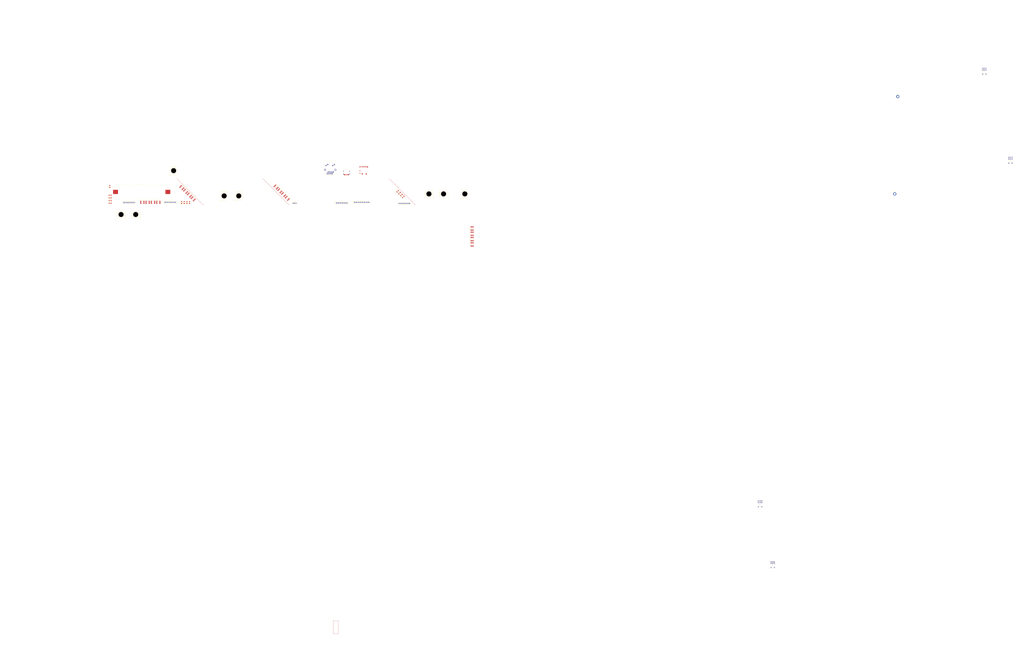
<source format=kicad_pcb>
(kicad_pcb (version 20211014) (generator pcbnew)
  (layers (0 "F.Cu" signal) (31 "B.Cu" signal) (34 "B.Paste" user) (35 "F.Paste" user) (36 "B.SilkS" user "B.Silkscreen") (37 "F.SilkS" user "F.Silkscreen") (38 "B.Mask" user) (39 "F.Mask" user) (44 "Edge.Cuts" user))
  (net 0 "")
  (footprint "LED_SMD:LED_1206_3216Metric" (layer "F.Cu") (at -602.75 65 90)
    (fp_text reference "REF**" (at 0 -1.82 90) (layer "F.SilkS"))
    (fp_text value "LED_1206_3216Metric")
    (pad "1" smd roundrect (at -1.4 0 90) (size 1.25 1.75) (layers "F.Cu" "F.Paste" "F.Mask") (roundrect_rratio 0.2))
    (pad "2" smd roundrect (at 1.4 0 90) (size 1.25 1.75) (layers "F.Cu" "F.Paste" "F.Mask") (roundrect_rratio 0.2))
  )
  (footprint "clarinoid2:Teensy_4.0_MicroMod outline fab" (layer "F.Cu") (at -229.75 73 180)
    (fp_text reference "U?" hide)
    (fp_text value "Teensy_4.0_MicroMod" hide)
  )
  (footprint "LED_SMD:LED_1206_3216Metric" (layer "F.Cu") (at -482.75 89 90)
    (fp_text reference "REF**" (at 0 -1.82 90) (layer "F.SilkS"))
    (fp_text value "LED_1206_3216Metric")
    (pad "1" smd roundrect (at -1.4 0 90) (size 1.25 1.75) (layers "F.Cu" "F.Paste" "F.Mask") (roundrect_rratio 0.2))
    (pad "2" smd roundrect (at 1.4 0 90) (size 1.25 1.75) (layers "F.Cu" "F.Paste" "F.Mask") (roundrect_rratio 0.2))
  )
  (footprint "LED_SMD:LED_RGB_5050-6" (layer "F.Cu") (at -341.436292 77 -45)
    (fp_text reference "REF**" (at 0 -3.5 135) (layer "F.SilkS"))
    (fp_text value "LED_RGB_5050-6")
    (pad "1" smd rect (at -2.4 -1.7 45) (size 1.1 2) (layers "F.Cu" "F.Paste" "F.Mask"))
    (pad "2" smd rect (at -2.4 0 45) (size 1.1 2) (layers "F.Cu" "F.Paste" "F.Mask"))
    (pad "3" smd rect (at -2.4 1.7 45) (size 1.1 2) (layers "F.Cu" "F.Paste" "F.Mask"))
    (pad "4" smd rect (at 2.4 1.7 45) (size 1.1 2) (layers "F.Cu" "F.Paste" "F.Mask"))
    (pad "5" smd rect (at 2.4 0 45) (size 1.1 2) (layers "F.Cu" "F.Paste" "F.Mask"))
    (pad "6" smd rect (at 2.4 -1.7 45) (size 1.1 2) (layers "F.Cu" "F.Paste" "F.Mask"))
  )
  (footprint "MountingHole:MountingHole_2.7mm_M2.5_DIN965_Pad" (layer "F.Cu") (at 582.25 -70.5)
    (fp_text reference "REF**" (at 0 -3.35) (layer "F.SilkS"))
    (fp_text value "MountingHole_2.7mm_M2.5_DIN965_Pad")
    (pad "1" thru_hole circle (at 0 0) (size 4.7 4.7) (drill 2.7) (layers *.Cu *.Mask))
  )
  (footprint "clarinoid2:Bourns_ENC_PEC11R-4215F-S0024 panel cutout shaft downward" (layer "F.Cu") (at -408.75 79)
    (fp_text reference "REF**" (at -5.055 7.5) (layer "F.SilkS"))
    (fp_text value "ENC")
    (fp_text user "C" (at 0 5.95 unlocked) (layer "F.SilkS"))
    (fp_text user "A" (at -2.45 5.95 unlocked) (layer "F.SilkS"))
    (fp_text user "SW1" (at -2.55 -5.8 unlocked) (layer "F.SilkS"))
    (fp_text user "B" (at 2.5 5.9 unlocked) (layer "F.SilkS"))
    (fp_text user "SW2" (at 2.5 -5.9 unlocked) (layer "F.SilkS"))
    (pad "" np_thru_hole circle (at 0 0) (size 7.5 7.5) (drill 7.5) (layers *.Mask))
  )
  (footprint "clarinoid2:Bourns_ENC_PEC11R-4215F-S0024 panel cutout shaft downward" (layer "F.Cu") (at -585.75 107 90)
    (fp_text reference "REF**" (at -5.055 7.5 90) (layer "F.SilkS"))
    (fp_text value "ENC")
    (fp_text user "A" (at -2.45 5.95 90 unlocked) (layer "F.SilkS"))
    (fp_text user "SW1" (at -2.55 -5.8 90 unlocked) (layer "F.SilkS"))
    (fp_text user "C" (at 0 5.95 90 unlocked) (layer "F.SilkS"))
    (fp_text user "B" (at 2.5 5.9 90 unlocked) (layer "F.SilkS"))
    (fp_text user "SW2" (at 2.5 -5.9 90 unlocked) (layer "F.SilkS"))
    (pad "" np_thru_hole circle (at 0 0 90) (size 7.5 7.5) (drill 7.5) (layers *.Mask))
  )
  (footprint "Battery:BatteryHolder_Keystone_1042_1x18650" (layer "F.Cu") (at -554.75 73)
    (fp_text reference "REF**" (at 0 -11.5) (layer "F.SilkS"))
    (fp_text value "BatteryHolder_Keystone_1042_1x18650")
    (pad "" np_thru_hole circle (at 27.6 -8) (size 3.45 3.45) (drill 3.45) (layers *.Cu *.Mask))
    (pad "" np_thru_hole circle (at -27.6 8) (size 3.45 3.45) (drill 3.45) (layers *.Cu *.Mask))
    (pad "" np_thru_hole circle (at -35.93 -8) (size 2.39 2.39) (drill 2.39) (layers *.Cu *.Mask))
    (pad "1" smd rect (at -39.33 0) (size 7.34 6.35) (layers "F.Cu" "F.Paste" "F.Mask"))
    (pad "2" smd rect (at 39.33 0) (size 7.34 6.35) (layers "F.Cu" "F.Paste" "F.Mask"))
  )
  (footprint "clarinoid2:bourns PTR902-2020K-A103" (layer "F.Cu") (at 712.5 -117.9 90)
    (fp_text reference "R**" (at -10.076 -0.295 90) (layer "F.SilkS") (effects (font (size 1.27 1.27) (thickness 0.254))))
    (fp_text value "PTR902-2020K-A103" hide)
    (pad "1" thru_hole circle (at -5 2.5 90) (size 1.8 1.8) (drill 1.2) (layers *.Cu *.Mask))
    (pad "2" thru_hole circle (at -5 0 90) (size 1.8 1.8) (drill 1.2) (layers *.Cu *.Mask))
    (pad "3" thru_hole circle (at -5 -2.5 90) (size 1.8 1.8) (drill 1.2) (layers *.Cu *.Mask))
    (pad "4" thru_hole circle (at -7.5 2.5 90) (size 1.8 1.8) (drill 1.2) (layers *.Cu *.Mask))
    (pad "5" thru_hole circle (at -7.5 0 90) (size 1.8 1.8) (drill 1.2) (layers *.Cu *.Mask))
    (pad "6" thru_hole circle (at -7.5 -2.5 90) (size 1.8 1.8) (drill 1.2) (layers *.Cu *.Mask))
    (pad "7" thru_hole circle (at -13.75 2.5 90) (size 1.8 1.8) (drill 1.2) (layers *.Cu *.Mask))
    (pad "8" thru_hole circle (at -13.75 -2.5 90) (size 1.8 1.8) (drill 1.2) (layers *.Cu *.Mask))
  )
  (footprint "LED_SMD:LED_RGB_5050-6" (layer "F.Cu") (at -488.75 72.142284 -45)
    (fp_text reference "REF**" (at 0 -3.5 135) (layer "F.SilkS"))
    (fp_text value "LED_RGB_5050-6")
    (pad "1" smd rect (at -2.4 -1.7 45) (size 1.1 2) (layers "F.Cu" "F.Paste" "F.Mask"))
    (pad "2" smd rect (at -2.4 0 45) (size 1.1 2) (layers "F.Cu" "F.Paste" "F.Mask"))
    (pad "3" smd rect (at -2.4 1.7 45) (size 1.1 2) (layers "F.Cu" "F.Paste" "F.Mask"))
    (pad "4" smd rect (at 2.4 1.7 45) (size 1.1 2) (layers "F.Cu" "F.Paste" "F.Mask"))
    (pad "5" smd rect (at 2.4 0 45) (size 1.1 2) (layers "F.Cu" "F.Paste" "F.Mask"))
    (pad "6" smd rect (at 2.4 -1.7 45) (size 1.1 2) (layers "F.Cu" "F.Paste" "F.Mask"))
  )
  (footprint "Connector_Molex:Molex_Micro-Latch_53253-0970_1x09_P2.00mm_Vertical" (layer "F.Cu") (at -151.75 90.325 180)
    (fp_text reference "REF**" (at 8 -2.7) (layer "F.SilkS"))
    (fp_text value "Molex_Micro-Latch_53253-0970_1x09_P2.00mm_Vertical")
    (pad "1" thru_hole roundrect (at 0 0 180) (size 1.2 1.8) (drill 0.8) (layers *.Cu *.Mask) (roundrect_rratio 0.208333))
    (pad "2" thru_hole oval (at 2 0 180) (size 1.2 1.8) (drill 0.8) (layers *.Cu *.Mask))
    (pad "3" thru_hole oval (at 4 0 180) (size 1.2 1.8) (drill 0.8) (layers *.Cu *.Mask))
    (pad "4" thru_hole oval (at 6 0 180) (size 1.2 1.8) (drill 0.8) (layers *.Cu *.Mask))
    (pad "5" thru_hole oval (at 8 0 180) (size 1.2 1.8) (drill 0.8) (layers *.Cu *.Mask))
    (pad "6" thru_hole oval (at 10 0 180) (size 1.2 1.8) (drill 0.8) (layers *.Cu *.Mask))
    (pad "7" thru_hole oval (at 12 0 180) (size 1.2 1.8) (drill 0.8) (layers *.Cu *.Mask))
    (pad "8" thru_hole oval (at 14 0 180) (size 1.2 1.8) (drill 0.8) (layers *.Cu *.Mask))
    (pad "9" thru_hole oval (at 16 0 180) (size 1.2 1.8) (drill 0.8) (layers *.Cu *.Mask))
  )
  (footprint "Connector_Card:microSD_HC_Molex_104031-0811" (layer "F.Cu") (at -220.75 40.5875)
    (fp_text reference "REF**" (at 0 -7.18) (layer "F.SilkS"))
    (fp_text value "microSD_HC_Molex_104031-0811")
    (pad "1" smd rect (at -3.105 -5.45) (size 0.85 1.1) (layers "F.Cu" "F.Paste" "F.Mask"))
    (pad "2" smd rect (at -2.005 -5.45) (size 0.85 1.1) (layers "F.Cu" "F.Paste" "F.Mask"))
    (pad "3" smd rect (at -0.905 -5.45) (size 0.85 1.1) (layers "F.Cu" "F.Paste" "F.Mask"))
    (pad "4" smd rect (at 0.195 -5.45) (size 0.85 1.1) (layers "F.Cu" "F.Paste" "F.Mask"))
    (pad "5" smd rect (at 1.295 -5.45) (size 0.85 1.1) (layers "F.Cu" "F.Paste" "F.Mask"))
    (pad "6" smd rect (at 2.395 -5.45) (size 0.85 1.1) (layers "F.Cu" "F.Paste" "F.Mask"))
    (pad "7" smd rect (at 3.495 -5.45) (size 0.85 1.1) (layers "F.Cu" "F.Paste" "F.Mask"))
    (pad "8" smd rect (at 4.545 -5.45) (size 0.75 1.1) (layers "F.Cu" "F.Paste" "F.Mask"))
    (pad "9" smd rect (at -5.74 0.7) (size 1.2 1) (layers "F.Cu" "F.Paste" "F.Mask"))
    (pad "10" smd rect (at -5.74 4.4) (size 1.2 1) (layers "F.Cu" "F.Paste" "F.Mask"))
    (pad "11" smd rect (at 5.755 -5.1) (size 1.17 1.8) (layers "F.Cu" "F.Paste" "F.Mask"))
    (pad "11" smd rect (at 3.73 5.375) (size 1.9 1.35) (layers "F.Cu" "F.Paste" "F.Mask"))
    (pad "11" smd rect (at -5.565 -5.325) (size 1.55 1.35) (layers "F.Cu" "F.Paste" "F.Mask"))
    (pad "11" smd rect (at -2.24 5.375) (size 1.9 1.35) (layers "F.Cu" "F.Paste" "F.Mask"))
  )
  (footprint "LED_SMD:LED_1206_3216Metric" (layer "F.Cu") (at -164.103196 77.666906 45)
    (fp_text reference "REF**" (at 0 -1.82 45) (layer "F.SilkS"))
    (fp_text value "LED_1206_3216Metric")
    (pad "1" smd roundrect (at -1.4 0 45) (size 1.25 1.75) (layers "F.Cu" "F.Paste" "F.Mask") (roundrect_rratio 0.2))
    (pad "2" smd roundrect (at 1.4 0 45) (size 1.25 1.75) (layers "F.Cu" "F.Paste" "F.Mask") (roundrect_rratio 0.2))
  )
  (footprint "LED_SMD:LED_1206_3216Metric" (layer "F.Cu") (at -494.75 89 90)
    (fp_text reference "REF**" (at 0 -1.82 90) (layer "F.SilkS"))
    (fp_text value "LED_1206_3216Metric")
    (pad "1" smd roundrect (at -1.4 0 90) (size 1.25 1.75) (layers "F.Cu" "F.Paste" "F.Mask") (roundrect_rratio 0.2))
    (pad "2" smd roundrect (at 1.4 0 90) (size 1.25 1.75) (layers "F.Cu" "F.Paste" "F.Mask") (roundrect_rratio 0.2))
  )
  (footprint "clarinoid2:Bourns_ENC_PEC11R-4215F-S0024 panel cutout shaft downward" (layer "F.Cu") (at -68.75 76)
    (fp_text reference "REF**" (at -5.055 7.5) (layer "F.SilkS"))
    (fp_text value "ENC")
    (fp_text user "A" (at -2.45 5.95 unlocked) (layer "F.SilkS"))
    (fp_text user "SW2" (at 2.5 -5.9 unlocked) (layer "F.SilkS"))
    (fp_text user "SW1" (at -2.55 -5.8 unlocked) (layer "F.SilkS"))
    (fp_text user "C" (at 0 5.95 unlocked) (layer "F.SilkS"))
    (fp_text user "B" (at 2.5 5.9 unlocked) (layer "F.SilkS"))
    (pad "" np_thru_hole circle (at 0 0) (size 7.5 7.5) (drill 7.5) (layers *.Mask))
  )
  (footprint "LED_SMD:LED_RGB_5050-6" (layer "F.Cu") (at -529.75 88.7)
    (fp_text reference "REF**" (at 0 -3.5) (layer "F.SilkS"))
    (fp_text value "LED_RGB_5050-6")
    (pad "1" smd rect (at -2.4 -1.7 90) (size 1.1 2) (layers "F.Cu" "F.Paste" "F.Mask"))
    (pad "2" smd rect (at -2.4 0 90) (size 1.1 2) (layers "F.Cu" "F.Paste" "F.Mask"))
    (pad "3" smd rect (at -2.4 1.7 90) (size 1.1 2) (layers "F.Cu" "F.Paste" "F.Mask"))
    (pad "4" smd rect (at 2.4 1.7 90) (size 1.1 2) (layers "F.Cu" "F.Paste" "F.Mask"))
    (pad "5" smd rect (at 2.4 0 90) (size 1.1 2) (layers "F.Cu" "F.Paste" "F.Mask"))
    (pad "6" smd rect (at 2.4 -1.7 90) (size 1.1 2) (layers "F.Cu" "F.Paste" "F.Mask"))
  )
  (footprint "LED_SMD:LED_1206_3216Metric" (layer "F.Cu") (at -602.15 78)
    (fp_text reference "REF**" (at 0 -1.82) (layer "F.SilkS"))
    (fp_text value "LED_1206_3216Metric")
    (pad "1" smd roundrect (at -1.4 0) (size 1.25 1.75) (layers "F.Cu" "F.Paste" "F.Mask") (roundrect_rratio 0.2))
    (pad "2" smd roundrect (at 1.4 0) (size 1.25 1.75) (layers "F.Cu" "F.Paste" "F.Mask") (roundrect_rratio 0.2))
  )
  (footprint "LED_SMD:LED_RGB_5050-6" (layer "F.Cu") (at -57.75 152 90)
    (fp_text reference "REF**" (at 0 -3.5 90) (layer "F.SilkS"))
    (fp_text value "LED_RGB_5050-6")
    (pad "1" smd rect (at -2.4 -1.7 180) (size 1.1 2) (layers "F.Cu" "F.Paste" "F.Mask"))
    (pad "2" smd rect (at -2.4 0 180) (size 1.1 2) (layers "F.Cu" "F.Paste" "F.Mask"))
    (pad "3" smd rect (at -2.4 1.7 180) (size 1.1 2) (layers "F.Cu" "F.Paste" "F.Mask"))
    (pad "4" smd rect (at 2.4 1.7 180) (size 1.1 2) (layers "F.Cu" "F.Paste" "F.Mask"))
    (pad "5" smd rect (at 2.4 0 180) (size 1.1 2) (layers "F.Cu" "F.Paste" "F.Mask"))
    (pad "6" smd rect (at 2.4 -1.7 180) (size 1.1 2) (layers "F.Cu" "F.Paste" "F.Mask"))
  )
  (footprint "clarinoid2:Bourns_ENC_PEC11R-4215F-S0024 panel cutout shaft downward" (layer "F.Cu") (at -122.75 76 90)
    (fp_text reference "REF**" (at -5.055 7.5 90) (layer "F.SilkS"))
    (fp_text value "ENC")
    (fp_text user "SW2" (at 2.5 -5.9 90 unlocked) (layer "F.SilkS"))
    (fp_text user "SW1" (at -2.55 -5.8 90 unlocked) (layer "F.SilkS"))
    (fp_text user "B" (at 2.5 5.9 90 unlocked) (layer "F.SilkS"))
    (fp_text user "A" (at -2.45 5.95 90 unlocked) (layer "F.SilkS"))
    (fp_text user "C" (at 0 5.95 90 unlocked) (layer "F.SilkS"))
    (pad "" np_thru_hole circle (at 0 0 90) (size 7.5 7.5) (drill 7.5) (layers *.Mask))
  )
  (footprint "Connector_Molex:Molex_Micro-Latch_53253-1270_1x12_P2.00mm_Vertical" (layer "F.Cu") (at -234.75 88.675)
    (fp_text reference "REF**" (at 11 -2.7) (layer "F.SilkS"))
    (fp_text value "Molex_Micro-Latch_53253-1270_1x12_P2.00mm_Vertical")
    (pad "1" thru_hole roundrect (at 0 0) (size 1.2 1.8) (drill 0.8) (layers *.Cu *.Mask) (roundrect_rratio 0.208333))
    (pad "2" thru_hole oval (at 2 0) (size 1.2 1.8) (drill 0.8) (layers *.Cu *.Mask))
    (pad "3" thru_hole oval (at 4 0) (size 1.2 1.8) (drill 0.8) (layers *.Cu *.Mask))
    (pad "4" thru_hole oval (at 6 0) (size 1.2 1.8) (drill 0.8) (layers *.Cu *.Mask))
    (pad "5" thru_hole oval (at 8 0) (size 1.2 1.8) (drill 0.8) (layers *.Cu *.Mask))
    (pad "6" thru_hole oval (at 10 0) (size 1.2 1.8) (drill 0.8) (layers *.Cu *.Mask))
    (pad "7" thru_hole oval (at 12 0) (size 1.2 1.8) (drill 0.8) (layers *.Cu *.Mask))
    (pad "8" thru_hole oval (at 14 0) (size 1.2 1.8) (drill 0.8) (layers *.Cu *.Mask))
    (pad "9" thru_hole oval (at 16 0) (size 1.2 1.8) (drill 0.8) (layers *.Cu *.Mask))
    (pad "10" thru_hole oval (at 18 0) (size 1.2 1.8) (drill 0.8) (layers *.Cu *.Mask))
    (pad "11" thru_hole oval (at 20 0) (size 1.2 1.8) (drill 0.8) (layers *.Cu *.Mask))
    (pad "12" thru_hole oval (at 22 0) (size 1.2 1.8) (drill 0.8) (layers *.Cu *.Mask))
  )
  (footprint "LED_SMD:LED_RGB_5050-6" (layer "F.Cu") (at -553.75 88.7)
    (fp_text reference "REF**" (at 0 -3.5) (layer "F.SilkS"))
    (fp_text value "LED_RGB_5050-6")
    (pad "1" smd rect (at -2.4 -1.7 90) (size 1.1 2) (layers "F.Cu" "F.Paste" "F.Mask"))
    (pad "2" smd rect (at -2.4 0 90) (size 1.1 2) (layers "F.Cu" "F.Paste" "F.Mask"))
    (pad "3" smd rect (at -2.4 1.7 90) (size 1.1 2) (layers "F.Cu" "F.Paste" "F.Mask"))
    (pad "4" smd rect (at 2.4 1.7 90) (size 1.1 2) (layers "F.Cu" "F.Paste" "F.Mask"))
    (pad "5" smd rect (at 2.4 0 90) (size 1.1 2) (layers "F.Cu" "F.Paste" "F.Mask"))
    (pad "6" smd rect (at 2.4 -1.7 90) (size 1.1 2) (layers "F.Cu" "F.Paste" "F.Mask"))
  )
  (footprint "LED_SMD:LED_RGB_5050-6" (layer "F.Cu") (at -545.75 88.7)
    (fp_text reference "REF**" (at 0 -3.5) (layer "F.SilkS"))
    (fp_text value "LED_RGB_5050-6")
    (pad "1" smd rect (at -2.4 -1.7 90) (size 1.1 2) (layers "F.Cu" "F.Paste" "F.Mask"))
    (pad "2" smd rect (at -2.4 0 90) (size 1.1 2) (layers "F.Cu" "F.Paste" "F.Mask"))
    (pad "3" smd rect (at -2.4 1.7 90) (size 1.1 2) (layers "F.Cu" "F.Paste" "F.Mask"))
    (pad "4" smd rect (at 2.4 1.7 90) (size 1.1 2) (layers "F.Cu" "F.Paste" "F.Mask"))
    (pad "5" smd rect (at 2.4 0 90) (size 1.1 2) (layers "F.Cu" "F.Paste" "F.Mask"))
    (pad "6" smd rect (at 2.4 -1.7 90) (size 1.1 2) (layers "F.Cu" "F.Paste" "F.Mask"))
  )
  (footprint "clarinoid2:Bourns_ENC_PEC11R-4215F-S0024 panel cutout shaft downward" (layer "F.Cu") (at -506.75 41)
    (fp_text reference "REF**" (at -5.055 7.5) (layer "F.SilkS"))
    (fp_text value "ENC")
    (fp_text user "SW2" (at 2.5 -5.9 unlocked) (layer "F.SilkS"))
    (fp_text user "C" (at 0 5.95 unlocked) (layer "F.SilkS"))
    (fp_text user "B" (at 2.5 5.9 unlocked) (layer "F.SilkS"))
    (fp_text user "SW1" (at -2.55 -5.8 unlocked) (layer "F.SilkS"))
    (fp_text user "A" (at -2.45 5.95 unlocked) (layer "F.SilkS"))
    (pad "" np_thru_hole circle (at 0 0) (size 7.5 7.5) (drill 7.5) (layers *.Mask))
  )
  (footprint "LED_SMD:LED_1206_3216Metric" (layer "F.Cu") (at -602.15 90)
    (fp_text reference "REF**" (at 0 -1.82) (layer "F.SilkS"))
    (fp_text value "LED_1206_3216Metric")
    (pad "1" smd roundrect (at -1.4 0) (size 1.25 1.75) (layers "F.Cu" "F.Paste" "F.Mask") (roundrect_rratio 0.2))
    (pad "2" smd roundrect (at 1.4 0) (size 1.25 1.75) (layers "F.Cu" "F.Paste" "F.Mask") (roundrect_rratio 0.2))
  )
  (footprint "clarinoid2:bourns PTR902-2020K-A103" (layer "F.Cu") (at 375.25 533.1 90)
    (fp_text reference "R**" (at -10.076 -0.295 90) (layer "F.SilkS") (effects (font (size 1.27 1.27) (thickness 0.254))))
    (fp_text value "PTR902-2020K-A103" hide)
    (pad "1" thru_hole circle (at -5 2.5 90) (size 1.8 1.8) (drill 1.2) (layers *.Cu *.Mask))
    (pad "2" thru_hole circle (at -5 0 90) (size 1.8 1.8) (drill 1.2) (layers *.Cu *.Mask))
    (pad "3" thru_hole circle (at -5 -2.5 90) (size 1.8 1.8) (drill 1.2) (layers *.Cu *.Mask))
    (pad "4" thru_hole circle (at -7.5 2.5 90) (size 1.8 1.8) (drill 1.2) (layers *.Cu *.Mask))
    (pad "5" thru_hole circle (at -7.5 0 90) (size 1.8 1.8) (drill 1.2) (layers *.Cu *.Mask))
    (pad "6" thru_hole circle (at -7.5 -2.5 90) (size 1.8 1.8) (drill 1.2) (layers *.Cu *.Mask))
    (pad "7" thru_hole circle (at -13.75 2.5 90) (size 1.8 1.8) (drill 1.2) (layers *.Cu *.Mask))
    (pad "8" thru_hole circle (at -13.75 -2.5 90) (size 1.8 1.8) (drill 1.2) (layers *.Cu *.Mask))
  )
  (footprint "LED_SMD:LED_RGB_5050-6" (layer "F.Cu") (at -494.406854 66.485429 -45)
    (fp_text reference "REF**" (at 0 -3.5 135) (layer "F.SilkS"))
    (fp_text value "LED_RGB_5050-6")
    (pad "1" smd rect (at -2.4 -1.7 45) (size 1.1 2) (layers "F.Cu" "F.Paste" "F.Mask"))
    (pad "2" smd rect (at -2.4 0 45) (size 1.1 2) (layers "F.Cu" "F.Paste" "F.Mask"))
    (pad "3" smd rect (at -2.4 1.7 45) (size 1.1 2) (layers "F.Cu" "F.Paste" "F.Mask"))
    (pad "4" smd rect (at 2.4 1.7 45) (size 1.1 2) (layers "F.Cu" "F.Paste" "F.Mask"))
    (pad "5" smd rect (at 2.4 0 45) (size 1.1 2) (layers "F.Cu" "F.Paste" "F.Mask"))
    (pad "6" smd rect (at 2.4 -1.7 45) (size 1.1 2) (layers "F.Cu" "F.Paste" "F.Mask"))
  )
  (footprint "LED_SMD:LED_1206_3216Metric" (layer "F.Cu") (at -166.931624 74.838478 45)
    (fp_text reference "REF**" (at 0 -1.82 45) (layer "F.SilkS"))
    (fp_text value "LED_1206_3216Metric")
    (pad "1" smd roundrect (at -1.4 0 45) (size 1.25 1.75) (layers "F.Cu" "F.Paste" "F.Mask") (roundrect_rratio 0.2))
    (pad "2" smd roundrect (at 1.4 0 45) (size 1.25 1.75) (layers "F.Cu" "F.Paste" "F.Mask") (roundrect_rratio 0.2))
  )
  (footprint "LED_SMD:LED_RGB_5050-6" (layer "F.Cu") (at -57.75 136 90)
    (fp_text reference "REF**" (at 0 -3.5 90) (layer "F.SilkS"))
    (fp_text value "LED_RGB_5050-6")
    (pad "1" smd rect (at -2.4 -1.7 180) (size 1.1 2) (layers "F.Cu" "F.Paste" "F.Mask"))
    (pad "2" smd rect (at -2.4 0 180) (size 1.1 2) (layers "F.Cu" "F.Paste" "F.Mask"))
    (pad "3" smd rect (at -2.4 1.7 180) (size 1.1 2) (layers "F.Cu" "F.Paste" "F.Mask"))
    (pad "4" smd rect (at 2.4 1.7 180) (size 1.1 2) (layers "F.Cu" "F.Paste" "F.Mask"))
    (pad "5" smd rect (at 2.4 0 180) (size 1.1 2) (layers "F.Cu" "F.Paste" "F.Mask"))
    (pad "6" smd rect (at 2.4 -1.7 180) (size 1.1 2) (layers "F.Cu" "F.Paste" "F.Mask"))
  )
  (footprint "clarinoid2:bourns PTR902-2020K-A103" (layer "F.Cu") (at 394.25 624.6 90)
    (fp_text reference "R**" (at -10.076 -0.295 90) (layer "F.SilkS") (effects (font (size 1.27 1.27) (thickness 0.254))))
    (fp_text value "PTR902-2020K-A103" hide)
    (pad "1" thru_hole circle (at -5 2.5 90) (size 1.8 1.8) (drill 1.2) (layers *.Cu *.Mask))
    (pad "2" thru_hole circle (at -5 0 90) (size 1.8 1.8) (drill 1.2) (layers *.Cu *.Mask))
    (pad "3" thru_hole circle (at -5 -2.5 90) (size 1.8 1.8) (drill 1.2) (layers *.Cu *.Mask))
    (pad "4" thru_hole circle (at -7.5 2.5 90) (size 1.8 1.8) (drill 1.2) (layers *.Cu *.Mask))
    (pad "5" thru_hole circle (at -7.5 0 90) (size 1.8 1.8) (drill 1.2) (layers *.Cu *.Mask))
    (pad "6" thru_hole circle (at -7.5 -2.5 90) (size 1.8 1.8) (drill 1.2) (layers *.Cu *.Mask))
    (pad "7" thru_hole circle (at -13.75 2.5 90) (size 1.8 1.8) (drill 1.2) (layers *.Cu *.Mask))
    (pad "8" thru_hole circle (at -13.75 -2.5 90) (size 1.8 1.8) (drill 1.2) (layers *.Cu *.Mask))
  )
  (footprint "clarinoid2:Bourns_ENC_PEC11R-4215F-S0024 panel cutout shaft downward" (layer "F.Cu") (at -563.75 107 90)
    (fp_text reference "REF**" (at -5.055 7.5 90) (layer "F.SilkS"))
    (fp_text value "ENC")
    (fp_text user "C" (at 0 5.95 90 unlocked) (layer "F.SilkS"))
    (fp_text user "B" (at 2.5 5.9 90 unlocked) (layer "F.SilkS"))
    (fp_text user "SW2" (at 2.5 -5.9 90 unlocked) (layer "F.SilkS"))
    (fp_text user "A" (at -2.45 5.95 90 unlocked) (layer "F.SilkS"))
    (fp_text user "SW1" (at -2.55 -5.8 90 unlocked) (layer "F.SilkS"))
    (pad "" np_thru_hole circle (at 0 0 90) (size 7.5 7.5) (drill 7.5) (layers *.Mask))
  )
  (footprint "clarinoid2:SSD1306_128x64_approximate" (layer "F.Cu") (at -207.75 72)
    (fp_text reference "REF**" hide)
    (fp_text value "SSD1306_128x64_approximate")
  )
  (footprint "Connector_Molex:Molex_Micro-Latch_53253-0970_1x09_P2.00mm_Vertical" (layer "F.Cu") (at -261.75 89.675)
    (fp_text reference "REF**" (at 8 -2.7) (layer "F.SilkS"))
    (fp_text value "Molex_Micro-Latch_53253-0970_1x09_P2.00mm_Vertical")
    (pad "1" thru_hole roundrect (at 0 0) (size 1.2 1.8) (drill 0.8) (layers *.Cu *.Mask) (roundrect_rratio 0.208333))
    (pad "2" thru_hole oval (at 2 0) (size 1.2 1.8) (drill 0.8) (layers *.Cu *.Mask))
    (pad "3" thru_hole oval (at 4 0) (size 1.2 1.8) (drill 0.8) (layers *.Cu *.Mask))
    (pad "4" thru_hole oval (at 6 0) (size 1.2 1.8) (drill 0.8) (layers *.Cu *.Mask))
    (pad "5" thru_hole oval (at 8 0) (size 1.2 1.8) (drill 0.8) (layers *.Cu *.Mask))
    (pad "6" thru_hole oval (at 10 0) (size 1.2 1.8) (drill 0.8) (layers *.Cu *.Mask))
    (pad "7" thru_hole oval (at 12 0) (size 1.2 1.8) (drill 0.8) (layers *.Cu *.Mask))
    (pad "8" thru_hole oval (at 14 0) (size 1.2 1.8) (drill 0.8) (layers *.Cu *.Mask))
    (pad "9" thru_hole oval (at 16 0) (size 1.2 1.8) (drill 0.8) (layers *.Cu *.Mask))
  )
  (footprint "LED_SMD:LED_RGB_5050-6" (layer "F.Cu") (at -335.779437 82.656854 -45)
    (fp_text reference "REF**" (at 0 -3.5 135) (layer "F.SilkS"))
    (fp_text value "LED_RGB_5050-6")
    (pad "1" smd rect (at -2.4 -1.7 45) (size 1.1 2) (layers "F.Cu" "F.Paste" "F.Mask"))
    (pad "2" smd rect (at -2.4 0 45) (size 1.1 2) (layers "F.Cu" "F.Paste" "F.Mask"))
    (pad "3" smd rect (at -2.4 1.7 45) (size 1.1 2) (layers "F.Cu" "F.Paste" "F.Mask"))
    (pad "4" smd rect (at 2.4 1.7 45) (size 1.1 2) (layers "F.Cu" "F.Paste" "F.Mask"))
    (pad "5" smd rect (at 2.4 0 45) (size 1.1 2) (layers "F.Cu" "F.Paste" "F.Mask"))
    (pad "6" smd rect (at 2.4 -1.7 45) (size 1.1 2) (layers "F.Cu" "F.Paste" "F.Mask"))
  )
  (footprint "LED_SMD:LED_RGB_5050-6" (layer "F.Cu") (at -57.75 128 90)
    (fp_text reference "REF**" (at 0 -3.5 90) (layer "F.SilkS"))
    (fp_text value "LED_RGB_5050-6")
    (pad "1" smd rect (at -2.4 -1.7 180) (size 1.1 2) (layers "F.Cu" "F.Paste" "F.Mask"))
    (pad "2" smd rect (at -2.4 0 180) (size 1.1 2) (layers "F.Cu" "F.Paste" "F.Mask"))
    (pad "3" smd rect (at -2.4 1.7 180) (size 1.1 2) (layers "F.Cu" "F.Paste" "F.Mask"))
    (pad "4" smd rect (at 2.4 1.7 180) (size 1.1 2) (layers "F.Cu" "F.Paste" "F.Mask"))
    (pad "5" smd rect (at 2.4 0 180) (size 1.1 2) (layers "F.Cu" "F.Paste" "F.Mask"))
    (pad "6" smd rect (at 2.4 -1.7 180) (size 1.1 2) (layers "F.Cu" "F.Paste" "F.Mask"))
  )
  (footprint "LED_SMD:LED_1206_3216Metric" (layer "F.Cu") (at -490.75 89 90)
    (fp_text reference "REF**" (at 0 -1.82 90) (layer "F.SilkS"))
    (fp_text value "LED_1206_3216Metric")
    (pad "1" smd roundrect (at -1.4 0 90) (size 1.25 1.75) (layers "F.Cu" "F.Paste" "F.Mask") (roundrect_rratio 0.2))
    (pad "2" smd roundrect (at 1.4 0 90) (size 1.25 1.75) (layers "F.Cu" "F.Paste" "F.Mask") (roundrect_rratio 0.2))
  )
  (footprint "clarinoid2:Bourns_ENC_PEC11R-4215F-S0024 panel cutout shaft downward" (layer "F.Cu") (at -430.75 79)
    (fp_text reference "REF**" (at -5.055 7.5) (layer "F.SilkS"))
    (fp_text value "ENC")
    (fp_text user "SW1" (at -2.55 -5.8 unlocked) (layer "F.SilkS"))
    (fp_text user "A" (at -2.45 5.95 unlocked) (layer "F.SilkS"))
    (fp_text user "C" (at 0 5.95 unlocked) (layer "F.SilkS"))
    (fp_text user "SW2" (at 2.5 -5.9 unlocked) (layer "F.SilkS"))
    (fp_text user "B" (at 2.5 5.9 unlocked) (layer "F.SilkS"))
    (pad "" np_thru_hole circle (at 0 0) (size 7.5 7.5) (drill 7.5) (layers *.Mask))
  )
  (footprint "LED_SMD:LED_RGB_5050-6" (layer "F.Cu") (at -483.093146 77.799138 -45)
    (fp_text reference "REF**" (at 0 -3.5 135) (layer "F.SilkS"))
    (fp_text value "LED_RGB_5050-6")
    (pad "1" smd rect (at -2.4 -1.7 45) (size 1.1 2) (layers "F.Cu" "F.Paste" "F.Mask"))
    (pad "2" smd rect (at -2.4 0 45) (size 1.1 2) (layers "F.Cu" "F.Paste" "F.Mask"))
    (pad "3" smd rect (at -2.4 1.7 45) (size 1.1 2) (layers "F.Cu" "F.Paste" "F.Mask"))
    (pad "4" smd rect (at 2.4 1.7 45) (size 1.1 2) (layers "F.Cu" "F.Paste" "F.Mask"))
    (pad "5" smd rect (at 2.4 0 45) (size 1.1 2) (layers "F.Cu" "F.Paste" "F.Mask"))
    (pad "6" smd rect (at 2.4 -1.7 45) (size 1.1 2) (layers "F.Cu" "F.Paste" "F.Mask"))
  )
  (footprint "clarinoid2:Bourns_ENC_PEC11R-4215F-S0024 panel cutout shaft downward" (layer "F.Cu") (at -100.75 76 90)
    (fp_text reference "REF**" (at -5.055 7.5 90) (layer "F.SilkS"))
    (fp_text value "ENC")
    (fp_text user "B" (at 2.5 5.9 90 unlocked) (layer "F.SilkS"))
    (fp_text user "SW2" (at 2.5 -5.9 90 unlocked) (layer "F.SilkS"))
    (fp_text user "A" (at -2.45 5.95 90 unlocked) (layer "F.SilkS"))
    (fp_text user "C" (at 0 5.95 90 unlocked) (layer "F.SilkS"))
    (fp_text user "SW1" (at -2.55 -5.8 90 unlocked) (layer "F.SilkS"))
    (pad "" np_thru_hole circle (at 0 0 90) (size 7.5 7.5) (drill 7.5) (layers *.Mask))
  )
  (footprint "LED_SMD:LED_1206_3216Metric" (layer "F.Cu") (at -602.15 82)
    (fp_text reference "REF**" (at 0 -1.82) (layer "F.SilkS"))
    (fp_text value "LED_1206_3216Metric")
    (pad "1" smd roundrect (at -1.4 0) (size 1.25 1.75) (layers "F.Cu" "F.Paste" "F.Mask") (roundrect_rratio 0.2))
    (pad "2" smd roundrect (at 1.4 0) (size 1.25 1.75) (layers "F.Cu" "F.Paste" "F.Mask") (roundrect_rratio 0.2))
  )
  (footprint "LED_SMD:LED_1206_3216Metric" (layer "F.Cu") (at -486.75 89 90)
    (fp_text reference "REF**" (at 0 -1.82 90) (layer "F.SilkS"))
    (fp_text value "LED_1206_3216Metric")
    (pad "1" smd roundrect (at -1.4 0 90) (size 1.25 1.75) (layers "F.Cu" "F.Paste" "F.Mask") (roundrect_rratio 0.2))
    (pad "2" smd roundrect (at 1.4 0 90) (size 1.25 1.75) (layers "F.Cu" "F.Paste" "F.Mask") (roundrect_rratio 0.2))
  )
  (footprint "Connector_Molex:Molex_Micro-Latch_53253-0970_1x09_P2.00mm_Vertical" (layer "F.Cu") (at -581.75 89)
    (fp_text reference "REF**" (at 8 -2.7) (layer "F.SilkS"))
    (fp_text value "Molex_Micro-Latch_53253-0970_1x09_P2.00mm_Vertical")
    (pad "1" thru_hole roundrect (at 0 0) (size 1.2 1.8) (drill 0.8) (layers *.Cu *.Mask) (roundrect_rratio 0.208333))
    (pad "2" thru_hole oval (at 2 0) (size 1.2 1.8) (drill 0.8) (layers *.Cu *.Mask))
    (pad "3" thru_hole oval (at 4 0) (size 1.2 1.8) (drill 0.8) (layers *.Cu *.Mask))
    (pad "4" thru_hole oval (at 6 0) (size 1.2 1.8) (drill 0.8) (layers *.Cu *.Mask))
    (pad "5" thru_hole oval (at 8 0) (size 1.2 1.8) (drill 0.8) (layers *.Cu *.Mask))
    (pad "6" thru_hole oval (at 10 0) (size 1.2 1.8) (drill 0.8) (layers *.Cu *.Mask))
    (pad "7" thru_hole oval (at 12 0) (size 1.2 1.8) (drill 0.8) (layers *.Cu *.Mask))
    (pad "8" thru_hole oval (at 14 0) (size 1.2 1.8) (drill 0.8) (layers *.Cu *.Mask))
    (pad "9" thru_hole oval (at 16 0) (size 1.2 1.8) (drill 0.8) (layers *.Cu *.Mask))
  )
  (footprint "LED_SMD:LED_RGB_5050-6" (layer "F.Cu") (at -347.093146 71.343146 -45)
    (fp_text reference "REF**" (at 0 -3.5 135) (layer "F.SilkS"))
    (fp_text value "LED_RGB_5050-6")
    (pad "1" smd rect (at -2.4 -1.7 45) (size 1.1 2) (layers "F.Cu" "F.Paste" "F.Mask"))
    (pad "2" smd rect (at -2.4 0 45) (size 1.1 2) (layers "F.Cu" "F.Paste" "F.Mask"))
    (pad "3" smd rect (at -2.4 1.7 45) (size 1.1 2) (layers "F.Cu" "F.Paste" "F.Mask"))
    (pad "4" smd rect (at 2.4 1.7 45) (size 1.1 2) (layers "F.Cu" "F.Paste" "F.Mask"))
    (pad "5" smd rect (at 2.4 0 45) (size 1.1 2) (layers "F.Cu" "F.Paste" "F.Mask"))
    (pad "6" smd rect (at 2.4 -1.7 45) (size 1.1 2) (layers "F.Cu" "F.Paste" "F.Mask"))
  )
  (footprint "Connector_Molex:Molex_Micro-Latch_53253-0970_1x09_P2.00mm_Vertical" (layer "F.Cu") (at -519.75 88.675)
    (fp_text reference "REF**" (at 8 -2.7) (layer "F.SilkS"))
    (fp_text value "Molex_Micro-Latch_53253-0970_1x09_P2.00mm_Vertical")
    (pad "1" thru_hole roundrect (at 0 0) (size 1.2 1.8) (drill 0.8) (layers *.Cu *.Mask) (roundrect_rratio 0.208333))
    (pad "2" thru_hole oval (at 2 0) (size 1.2 1.8) (drill 0.8) (layers *.Cu *.Mask))
    (pad "3" thru_hole oval (at 4 0) (size 1.2 1.8) (drill 0.8) (layers *.Cu *.Mask))
    (pad "4" thru_hole oval (at 6 0) (size 1.2 1.8) (drill 0.8) (layers *.Cu *.Mask))
    (pad "5" thru_hole oval (at 8 0) (size 1.2 1.8) (drill 0.8) (layers *.Cu *.Mask))
    (pad "6" thru_hole oval (at 10 0) (size 1.2 1.8) (drill 0.8) (layers *.Cu *.Mask))
    (pad "7" thru_hole oval (at 12 0) (size 1.2 1.8) (drill 0.8) (layers *.Cu *.Mask))
    (pad "8" thru_hole oval (at 14 0) (size 1.2 1.8) (drill 0.8) (layers *.Cu *.Mask))
    (pad "9" thru_hole oval (at 16 0) (size 1.2 1.8) (drill 0.8) (layers *.Cu *.Mask))
  )
  (footprint "clarinoid2:bourns PTR902-2020K-A103" (layer "F.Cu") (at 751.75 16 90)
    (fp_text reference "R**" (at -10.076 -0.295 90) (layer "F.SilkS") (effects (font (size 1.27 1.27) (thickness 0.254))))
    (fp_text value "PTR902-2020K-A103" hide)
    (pad "1" thru_hole circle (at -5 2.5 90) (size 1.8 1.8) (drill 1.2) (layers *.Cu *.Mask))
    (pad "2" thru_hole circle (at -5 0 90) (size 1.8 1.8) (drill 1.2) (layers *.Cu *.Mask))
    (pad "3" thru_hole circle (at -5 -2.5 90) (size 1.8 1.8) (drill 1.2) (layers *.Cu *.Mask))
    (pad "4" thru_hole circle (at -7.5 2.5 90) (size 1.8 1.8) (drill 1.2) (layers *.Cu *.Mask))
    (pad "5" thru_hole circle (at -7.5 0 90) (size 1.8 1.8) (drill 1.2) (layers *.Cu *.Mask))
    (pad "6" thru_hole circle (at -7.5 -2.5 90) (size 1.8 1.8) (drill 1.2) (layers *.Cu *.Mask))
    (pad "7" thru_hole circle (at -13.75 2.5 90) (size 1.8 1.8) (drill 1.2) (layers *.Cu *.Mask))
    (pad "8" thru_hole circle (at -13.75 -2.5 90) (size 1.8 1.8) (drill 1.2) (layers *.Cu *.Mask))
  )
  (footprint "LED_SMD:LED_RGB_5050-6" (layer "F.Cu") (at -537.75 88.7)
    (fp_text reference "REF**" (at 0 -3.5) (layer "F.SilkS"))
    (fp_text value "LED_RGB_5050-6")
    (pad "1" smd rect (at -2.4 -1.7 90) (size 1.1 2) (layers "F.Cu" "F.Paste" "F.Mask"))
    (pad "2" smd rect (at -2.4 0 90) (size 1.1 2) (layers "F.Cu" "F.Paste" "F.Mask"))
    (pad "3" smd rect (at -2.4 1.7 90) (size 1.1 2) (layers "F.Cu" "F.Paste" "F.Mask"))
    (pad "4" smd rect (at 2.4 1.7 90) (size 1.1 2) (layers "F.Cu" "F.Paste" "F.Mask"))
    (pad "5" smd rect (at 2.4 0 90) (size 1.1 2) (layers "F.Cu" "F.Paste" "F.Mask"))
    (pad "6" smd rect (at 2.4 -1.7 90) (size 1.1 2) (layers "F.Cu" "F.Paste" "F.Mask"))
  )
  (footprint "Connector_USB:USB_C_Receptacle_HRO_TYPE-C-31-M-12" (layer "F.Cu") (at -246.75 43 180)
    (fp_text reference "REF**" (at 0 -5.645) (layer "F.SilkS"))
    (fp_text value "USB_C_Receptacle_HRO_TYPE-C-31-M-12")
    (pad "" np_thru_hole circle (at 2.89 -2.6 180) (size 0.65 0.65) (drill 0.65) (layers *.Cu *.Mask))
    (pad "" np_thru_hole circle (at -2.89 -2.6 180) (size 0.65 0.65) (drill 0.65) (layers *.Cu *.Mask))
    (pad "A1" smd rect (at -3.25 -4.045 180) (size 0.6 1.45) (layers "F.Cu" "F.Paste" "F.Mask"))
    (pad "A4" smd rect (at -2.45 -4.045 180) (size 0.6 1.45) (layers "F.Cu" "F.Paste" "F.Mask"))
    (pad "A5" smd rect (at -1.25 -4.045 180) (size 0.3 1.45) (layers "F.Cu" "F.Paste" "F.Mask"))
    (pad "A6" smd rect (at -0.25 -4.045 180) (size 0.3 1.45) (layers "F.Cu" "F.Paste" "F.Mask"))
    (pad "A7" smd rect (at 0.25 -4.045 180) (size 0.3 1.45) (layers "F.Cu" "F.Paste" "F.Mask"))
    (pad "A8" smd rect (at 1.25 -4.045 180) (size 0.3 1.45) (layers "F.Cu" "F.Paste" "F.Mask"))
    (pad "A9" smd rect (at 2.45 -4.045 180) (size 0.6 1.45) (layers "F.Cu" "F.Paste" "F.Mask"))
    (pad "A12" smd rect (at 3.25 -4.045 180) (size 0.6 1.45) (layers "F.Cu" "F.Paste" "F.Mask"))
    (pad "B1" smd rect (at 3.25 -4.045 180) (size 0.6 1.45) (layers "F.Cu" "F.Paste" "F.Mask"))
    (pad "B4" smd rect (at 2.45 -4.045 180) (size 0.6 1.45) (layers "F.Cu" "F.Paste" "F.Mask"))
    (pad "B5" smd rect (at 1.75 -4.045 180) (size 0.3 1.45) (layers "F.Cu" "F.Paste" "F.Mask"))
    (pad "B6" smd rect (at 0.75 -4.045 180) (size 0.3 1.45) (layers "F.Cu" "F.Paste" "F.Mask"))
    (pad "B7" smd rect (at -0.75 -4.045 180) (size 0.3 1.45) (layers "F.Cu" "F.Paste" "F.Mask"))
    (pad "B8" smd rect (at -1.75 -4.045 180) (size 0.3 1.45) (layers "F.Cu" "F.Paste" "F.Mask"))
    (pad "B9" smd rect (at -2.45 -4.045 180) (size 0.6 1.45) (layers "F.Cu" "F.Paste" "F.Mask"))
    (pad "B12" smd rect (at -3.25 -4.045 180) (size 0.6 1.45) (layers "F.Cu" "F.Paste" "F.Mask"))
    (pad "S1" thru_hole oval (at -4.32 -3.13 180) (size 1 2.1) (drill oval 0.6 1.7) (layers *.Cu *.Mask))
    (pad "S1" thru_hole oval (at -4.32 1.05 180) (size 1 1.6) (drill oval 0.6 1.2) (layers *.Cu *.Mask))
    (pad "S1" thru_hole oval (at 4.32 1.05 180) (size 1 1.6) (drill oval 0.6 1.2) (layers *.Cu *.Mask))
    (pad "S1" thru_hole oval (at 4.32 -3.13 180) (size 1 2.1) (drill oval 0.6 1.7) (layers *.Cu *.Mask))
  )
  (footprint "LED_SMD:LED_RGB_5050-6" (layer "F.Cu") (at -57.75 144 90)
    (fp_text reference "REF**" (at 0 -3.5 90) (layer "F.SilkS"))
    (fp_text value "LED_RGB_5050-6")
    (pad "1" smd rect (at -2.4 -1.7 180) (size 1.1 2) (layers "F.Cu" "F.Paste" "F.Mask"))
    (pad "2" smd rect (at -2.4 0 180) (size 1.1 2) (layers "F.Cu" "F.Paste" "F.Mask"))
    (pad "3" smd rect (at -2.4 1.7 180) (size 1.1 2) (layers "F.Cu" "F.Paste" "F.Mask"))
    (pad "4" smd rect (at 2.4 1.7 180) (size 1.1 2) (layers "F.Cu" "F.Paste" "F.Mask"))
    (pad "5" smd rect (at 2.4 0 180) (size 1.1 2) (layers "F.Cu" "F.Paste" "F.Mask"))
    (pad "6" smd rect (at 2.4 -1.7 180) (size 1.1 2) (layers "F.Cu" "F.Paste" "F.Mask"))
  )
  (footprint "LED_SMD:LED_RGB_5050-6" (layer "F.Cu") (at -352.75 65.686291 -45)
    (fp_text reference "REF**" (at 0 -3.5 135) (layer "F.SilkS"))
    (fp_text value "LED_RGB_5050-6")
    (pad "1" smd rect (at -2.4 -1.7 45) (size 1.1 2) (layers "F.Cu" "F.Paste" "F.Mask"))
    (pad "2" smd rect (at -2.4 0 45) (size 1.1 2) (layers "F.Cu" "F.Paste" "F.Mask"))
    (pad "3" smd rect (at -2.4 1.7 45) (size 1.1 2) (layers "F.Cu" "F.Paste" "F.Mask"))
    (pad "4" smd rect (at 2.4 1.7 45) (size 1.1 2) (layers "F.Cu" "F.Paste" "F.Mask"))
    (pad "5" smd rect (at 2.4 0 45) (size 1.1 2) (layers "F.Cu" "F.Paste" "F.Mask"))
    (pad "6" smd rect (at 2.4 -1.7 45) (size 1.1 2) (layers "F.Cu" "F.Paste" "F.Mask"))
  )
  (footprint "LED_SMD:LED_1206_3216Metric" (layer "F.Cu") (at -169.760051 72.010051 45)
    (fp_text reference "REF**" (at 0 -1.82 45) (layer "F.SilkS"))
    (fp_text value "LED_1206_3216Metric")
    (pad "1" smd roundrect (at -1.4 0 45) (size 1.25 1.75) (layers "F.Cu" "F.Paste" "F.Mask") (roundrect_rratio 0.2))
    (pad "2" smd roundrect (at 1.4 0 45) (size 1.25 1.75) (layers "F.Cu" "F.Paste" "F.Mask") (roundrect_rratio 0.2))
  )
  (footprint "Connector_Molex:Molex_Micro-Latch_53253-0370_1x03_P2.00mm_Vertical" (layer "F.Cu") (at -326.75 90)
    (fp_text reference "REF**" (at 2 -2.7) (layer "F.SilkS"))
    (fp_text value "Molex_Micro-Latch_53253-0370_1x03_P2.00mm_Vertical")
    (pad "1" thru_hole roundrect (at 0 0) (size 1.2 1.8) (drill 0.8) (layers *.Cu *.Mask) (roundrect_rratio 0.208333))
    (pad "2" thru_hole oval (at 2 0) (size 1.2 1.8) (drill 0.8) (layers *.Cu *.Mask))
    (pad "3" thru_hole oval (at 4 0) (size 1.2 1.8) (drill 0.8) (layers *.Cu *.Mask))
  )
  (footprint "MountingHole:MountingHole_2.7mm_M2.5_DIN965_Pad" (layer "F.Cu") (at 577.75 76)
    (fp_text reference "REF**" (at 0 -3.35) (layer "F.SilkS"))
    (fp_text value "MountingHole_2.7mm_M2.5_DIN965_Pad")
    (pad "1" thru_hole circle (at 0 0) (size 4.7 4.7) (drill 2.7) (layers *.Cu *.Mask))
  )
  (footprint "LED_SMD:LED_1206_3216Metric" (layer "F.Cu") (at -161.274769 80.495333 45)
    (fp_text reference "REF**" (at 0 -1.82 45) (layer "F.SilkS"))
    (fp_text value "LED_1206_3216Metric")
    (pad "1" smd roundrect (at -1.4 0 45) (size 1.25 1.75) (layers "F.Cu" "F.Paste" "F.Mask") (roundrect_rratio 0.2))
    (pad "2" smd roundrect (at 1.4 0 45) (size 1.25 1.75) (layers "F.Cu" "F.Paste" "F.Mask") (roundrect_rratio 0.2))
  )
  (footprint "LED_SMD:LED_RGB_5050-6" (layer "F.Cu") (at -477.436291 83.455992 -45)
    (fp_text reference "REF**" (at 0 -3.5 135) (layer "F.SilkS"))
    (fp_text value "LED_RGB_5050-6")
    (pad "1" smd rect (at -2.4 -1.7 45) (size 1.1 2) (layers "F.Cu" "F.Paste" "F.Mask"))
    (pad "2" smd rect (at -2.4 0 45) (size 1.1 2) (layers "F.Cu" "F.Paste" "F.Mask"))
    (pad "3" smd rect (at -2.4 1.7 45) (size 1.1 2) (layers "F.Cu" "F.Paste" "F.Mask"))
    (pad "4" smd rect (at 2.4 1.7 45) (size 1.1 2) (layers "F.Cu" "F.Paste" "F.Mask"))
    (pad "5" smd rect (at 2.4 0 45) (size 1.1 2) (layers "F.Cu" "F.Paste" "F.Mask"))
    (pad "6" smd rect (at 2.4 -1.7 45) (size 1.1 2) (layers "F.Cu" "F.Paste" "F.Mask"))
  )
  (footprint "Connector_RJ:RJ45_Amphenol_RJMG1BD3B8K1ANR" (layer "F.Cu") (at -266.75 43 180)
    (fp_text reference "REF**" (at 4.445 -5.49) (layer "F.SilkS"))
    (fp_text value "RJ45_Amphenol_RJMG1BD3B8K1ANR")
    (pad "" np_thru_hole circle (at -1.27 6.34 180) (size 3.25 3.25) (drill 3.25) (layers *.Cu *.Mask))
    (pad "" np_thru_hole circle (at 10.16 6.34 180) (size 3.25 3.25) (drill 3.25) (layers *.Cu *.Mask))
    (pad "13" thru_hole circle (at 12.22 3.29 180) (size 2.6 2.6) (drill 1.6) (layers *.Cu *.Mask))
    (pad "13" thru_hole circle (at -3.33 3.29 180) (size 2.6 2.6) (drill 1.6) (layers *.Cu *.Mask))
    (pad "L1" thru_hole circle (at 10.77 9.72 180) (size 1.89 1.89) (drill 0.89) (layers *.Cu *.Mask))
    (pad "L2" thru_hole circle (at 8.23 11.24 180) (size 1.89 1.89) (drill 0.89) (layers *.Cu *.Mask))
    (pad "L3" thru_hole circle (at 0.66 9.72 180) (size 1.89 1.89) (drill 0.89) (layers *.Cu *.Mask))
    (pad "L4" thru_hole circle (at -1.88 11.24 180) (size 1.89 1.89) (drill 0.89) (layers *.Cu *.Mask))
    (pad "R1" thru_hole rect (at 0 0 180) (size 1.9 1.9) (drill 0.9) (layers *.Cu *.Mask))
    (pad "R2" thru_hole circle (at 1.27 -2.54 180) (size 1.9 1.9) (drill 0.9) (layers *.Cu *.Mask))
    (pad "R3" thru_hole circle (at 2.54 0 180) (size 1.9 1.9) (drill 0.9) (layers *.Cu *.Mask))
    (pad "R4" thru_hole circle (at 3.81 -2.54 180) (size 1.9 1.9) (drill 0.9) (layers *.Cu *.Mask))
    (pad "R5" thru_hole circle (at 5.08 0 180) (size 1.9 1.9) (drill 0.9) (layers *.Cu *.Mask))
    (pad "R6" thru_hole circle (at 6.35 -2.54 180) (size 1.9 1.9) (drill 0.9) (layers *.Cu *.Mask))
    (pad "R7" thru_hole circle (at 7.62 0 180) (size 1.9 1.9) (drill 0.9) (layers *.Cu *.Mask))
    (pad "R8" thru_hole circle (at 8.89 -2.54 180) (size 1.9 1.9) (drill 0.9) (layers *.Cu *.Mask))
  )
  (footprint "LED_SMD:LED_1206_3216Metric" (layer "F.Cu") (at -602.15 86)
    (fp_text reference "REF**" (at 0 -1.82) (layer "F.SilkS"))
    (fp_text value "LED_1206_3216Metric")
    (pad "1" smd roundrect (at -1.4 0) (size 1.25 1.75) (layers "F.Cu" "F.Paste" "F.Mask") (roundrect_rratio 0.2))
    (pad "2" smd roundrect (at 1.4 0) (size 1.25 1.75) (layers "F.Cu" "F.Paste" "F.Mask") (roundrect_rratio 0.2))
  )
  (gr_line (start -332.75 93) (end -372.75 53) (layer "F.Cu") (width 0.2))
  (gr_line (start -142.75 93) (end -182.75 53) (layer "F.Cu") (width 0.2))
  (gr_rect (start -266.65 718.2) (end -258.95 738.2) (layer "F.Cu") (width 0.2) (fill none))
  (gr_line (start -461.75 93) (end -501.75 53) (layer "F.Cu") (width 0.2))
)
</source>
